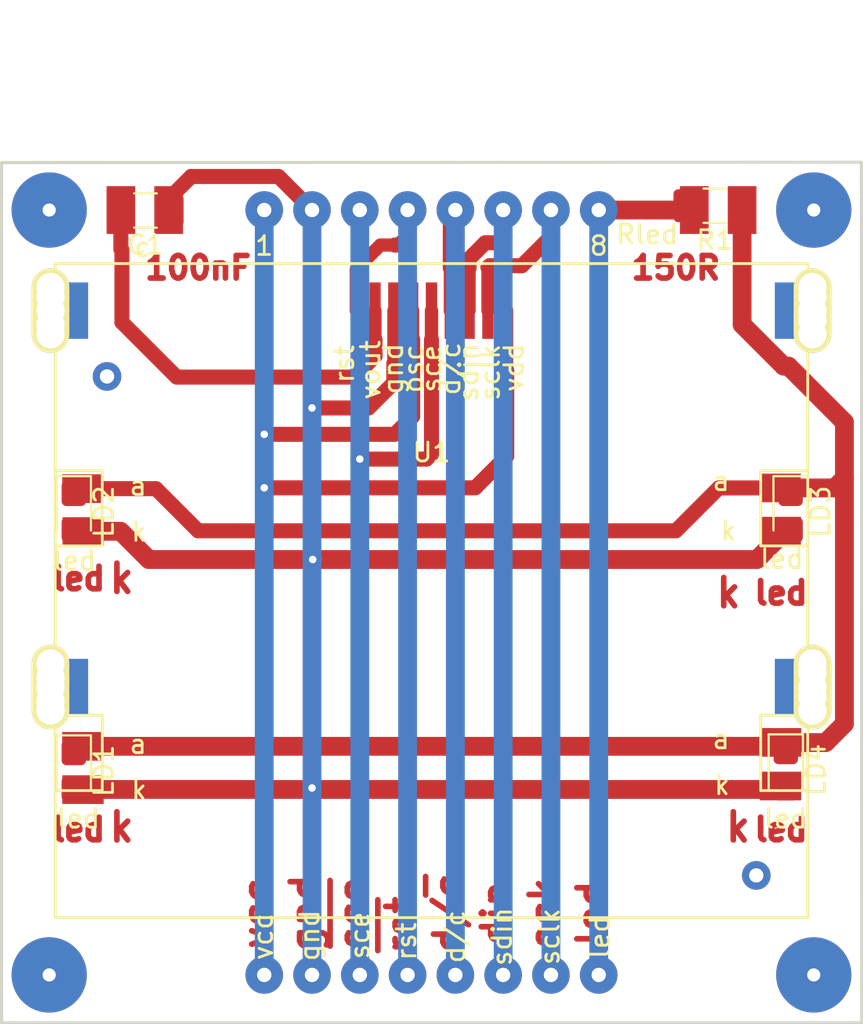
<source format=kicad_pcb>
(kicad_pcb (version 20171130) (host pcbnew "(5.0.0)")

  (general
    (thickness 1.6)
    (drawings 23)
    (tracks 101)
    (zones 0)
    (modules 7)
    (nets 11)
  )

  (page A4)
  (title_block
    (title "Nokia5110/3310-complet board")
    (rev 1.0)
    (company Mic-Josi)
    (comment 1 "modified from Basic PCB at https://github.com/sgreg/kicad-libs")
    (comment 2 mic-josi@hotmail.fr)
  )

  (layers
    (0 F.Cu signal)
    (31 B.Cu signal)
    (32 B.Adhes user)
    (33 F.Adhes user)
    (34 B.Paste user)
    (35 F.Paste user)
    (36 B.SilkS user)
    (37 F.SilkS user)
    (38 B.Mask user)
    (39 F.Mask user)
    (40 Dwgs.User user)
    (41 Cmts.User user)
    (42 Eco1.User user)
    (43 Eco2.User user)
    (44 Edge.Cuts user)
    (45 Margin user)
    (46 B.CrtYd user)
    (47 F.CrtYd user)
    (48 B.Fab user)
    (49 F.Fab user)
  )

  (setup
    (last_trace_width 0.25)
    (user_trace_width 0.7)
    (user_trace_width 0.8)
    (user_trace_width 1)
    (user_trace_width 1.2)
    (trace_clearance 0.2)
    (zone_clearance 0.508)
    (zone_45_only no)
    (trace_min 0.2)
    (segment_width 0.2)
    (edge_width 0.15)
    (via_size 0.8)
    (via_drill 0.4)
    (via_min_size 0.4)
    (via_min_drill 0.3)
    (uvia_size 0.3)
    (uvia_drill 0.1)
    (uvias_allowed no)
    (uvia_min_size 0.2)
    (uvia_min_drill 0.1)
    (pcb_text_width 0.3)
    (pcb_text_size 1.5 1.5)
    (mod_edge_width 0.15)
    (mod_text_size 1 1)
    (mod_text_width 0.15)
    (pad_size 1.524 1.524)
    (pad_drill 0.762)
    (pad_to_mask_clearance 0.2)
    (aux_axis_origin 0 0)
    (visible_elements 7FFFFFFF)
    (pcbplotparams
      (layerselection 0x010fc_ffffffff)
      (usegerberextensions false)
      (usegerberattributes false)
      (usegerberadvancedattributes false)
      (creategerberjobfile false)
      (excludeedgelayer true)
      (linewidth 0.100000)
      (plotframeref false)
      (viasonmask false)
      (mode 1)
      (useauxorigin false)
      (hpglpennumber 1)
      (hpglpenspeed 20)
      (hpglpendiameter 15.000000)
      (psnegative false)
      (psa4output false)
      (plotreference true)
      (plotvalue true)
      (plotinvisibletext false)
      (padsonsilk false)
      (subtractmaskfromsilk false)
      (outputformat 1)
      (mirror false)
      (drillshape 1)
      (scaleselection 1)
      (outputdirectory ""))
  )

  (net 0 "")
  (net 1 VCC)
  (net 2 GND)
  (net 3 SCK)
  (net 4 D~C)
  (net 5 ~SCE)
  (net 6 ~RST)
  (net 7 DIN)
  (net 8 VOUT)
  (net 9 LED)
  (net 10 "Net-(LD1-Pad1)")

  (net_class Default "This is the default net class."
    (clearance 0.2)
    (trace_width 0.25)
    (via_dia 0.8)
    (via_drill 0.4)
    (uvia_dia 0.3)
    (uvia_drill 0.1)
    (add_net DIN)
    (add_net D~C)
    (add_net GND)
    (add_net LED)
    (add_net "Net-(LD1-Pad1)")
    (add_net SCK)
    (add_net VCC)
    (add_net VOUT)
    (add_net ~RST)
    (add_net ~SCE)
  )

  (module Nokia_5110-3310_LCD:Nokia_5110-LCDboard (layer F.Cu) (tedit 5BB25DED) (tstamp 5BBED576)
    (at 68.2879 146.7866)
    (path /5BB23F52)
    (fp_text reference U1 (at 0 -6.1722) (layer F.SilkS)
      (effects (font (size 1 1) (thickness 0.15)))
    )
    (fp_text value Nokia_5110_LCD_BRD_1 (at 0 -8.2052) (layer F.Fab)
      (effects (font (size 1 1) (thickness 0.15)))
    )
    (fp_text user vdd (at 4.3815 -10.6807 90) (layer F.SilkS)
      (effects (font (size 1 1) (thickness 0.15)))
    )
    (fp_text user sclk (at 3.1115 -10.4267 90) (layer F.SilkS)
      (effects (font (size 1 1) (thickness 0.15)))
    )
    (fp_text user sdin (at 1.9685 -10.4267 90) (layer F.SilkS)
      (effects (font (size 1 1) (thickness 0.15)))
    )
    (fp_text user d/c (at 1.016 -10.6172 90) (layer F.SilkS)
      (effects (font (size 1 1) (thickness 0.15)))
    )
    (fp_text user sce (at 0 -10.6172 90) (layer F.SilkS)
      (effects (font (size 1 1) (thickness 0.15)))
    )
    (fp_text user osc (at -0.9525 -10.6172 90) (layer F.SilkS)
      (effects (font (size 1 1) (thickness 0.15)))
    )
    (fp_text user gnd (at -2.032 -10.6172 90) (layer F.SilkS)
      (effects (font (size 1 1) (thickness 0.15)))
    )
    (fp_text user vout (at -3.2385 -10.5537 90) (layer F.SilkS)
      (effects (font (size 1 1) (thickness 0.15)))
    )
    (fp_text user rst (at -4.6355 -10.8712 90) (layer F.SilkS)
      (effects (font (size 1 1) (thickness 0.15)))
    )
    (fp_text user led (at 8.9535 19.5834 90) (layer F.SilkS)
      (effects (font (size 1 1) (thickness 0.15)))
    )
    (fp_text user sclk (at 6.2865 19.558 90) (layer F.SilkS)
      (effects (font (size 1 1) (thickness 0.15)))
    )
    (fp_text user sdin (at 3.7465 19.558 90) (layer F.SilkS)
      (effects (font (size 1 1) (thickness 0.15)))
    )
    (fp_text user d/c (at 1.27 19.558 90) (layer F.SilkS)
      (effects (font (size 1 1) (thickness 0.15)))
    )
    (fp_text user rst (at -1.3335 19.812 90) (layer F.SilkS)
      (effects (font (size 1 1) (thickness 0.15)))
    )
    (fp_text user sce (at -3.81 19.4945 90) (layer F.SilkS)
      (effects (font (size 1 1) (thickness 0.15)))
    )
    (fp_text user gnd (at -6.477 19.4945 90) (layer F.SilkS)
      (effects (font (size 1 1) (thickness 0.15)))
    )
    (fp_text user vcc (at -8.9535 19.558 90) (layer F.SilkS)
      (effects (font (size 1 1) (thickness 0.15)))
    )
    (fp_line (start -22.86 24.13) (end 22.86 24.13) (layer F.SilkS) (width 0.15))
    (fp_line (start -22.86 -21.59) (end -22.86 24.13) (layer F.SilkS) (width 0.15))
    (fp_line (start 22.86 -21.59) (end -22.86 -21.59) (layer F.SilkS) (width 0.15))
    (fp_line (start 22.86 24.13) (end 22.86 -21.59) (layer F.SilkS) (width 0.15))
    (fp_line (start -20 -16.2052) (end 20 -16.2052) (layer F.SilkS) (width 0.15))
    (fp_line (start 20 18.5448) (end -20 18.5448) (layer F.SilkS) (width 0.15))
    (fp_line (start -17.5 -1.2052) (end -20 -1.2052) (layer F.SilkS) (width 0.15))
    (fp_line (start -17.5 -5.2052) (end -17.5 -1.2052) (layer F.SilkS) (width 0.15))
    (fp_line (start -20 -5.2052) (end -17.5 -5.2052) (layer F.SilkS) (width 0.15))
    (fp_line (start 17.5 -1.2052) (end 20 -1.2052) (layer F.SilkS) (width 0.15))
    (fp_line (start 17.5 -5.2052) (end 17.5 -1.2052) (layer F.SilkS) (width 0.15))
    (fp_line (start 20 -5.2052) (end 17.5 -5.2052) (layer F.SilkS) (width 0.15))
    (fp_line (start -17.5 11.7948) (end -20 11.7948) (layer F.SilkS) (width 0.15))
    (fp_line (start -17.5 7.7948) (end -17.5 11.7948) (layer F.SilkS) (width 0.15))
    (fp_line (start -20 7.7948) (end -17.5 7.7948) (layer F.SilkS) (width 0.15))
    (fp_line (start 17.5 11.7948) (end 20 11.7948) (layer F.SilkS) (width 0.15))
    (fp_line (start 17.5 7.7948) (end 17.5 11.7948) (layer F.SilkS) (width 0.15))
    (fp_line (start 20 7.7948) (end 17.5 7.7948) (layer F.SilkS) (width 0.15))
    (fp_line (start 20 -16.2052) (end 20 18.5448) (layer F.SilkS) (width 0.15))
    (fp_line (start -20 -16.2052) (end -20 18.5448) (layer F.SilkS) (width 0.15))
    (fp_text user led (at -18.9738 -0.4064) (layer F.SilkS)
      (effects (font (size 1 1) (thickness 0.15)))
    )
    (fp_text user led (at -18.7706 13.2842) (layer F.SilkS)
      (effects (font (size 1 1) (thickness 0.15)))
    )
    (fp_text user led (at 18.8214 13.2842) (layer F.SilkS)
      (effects (font (size 1 1) (thickness 0.15)))
    )
    (fp_text user led (at 18.6182 -0.508) (layer F.SilkS)
      (effects (font (size 1 1) (thickness 0.15)))
    )
    (fp_text user k (at -15.5448 -1.9558) (layer F.SilkS)
      (effects (font (size 1 1) (thickness 0.15)))
    )
    (fp_text user a (at -15.5956 -4.3942) (layer F.SilkS)
      (effects (font (size 1 1) (thickness 0.15)))
    )
    (fp_text user a (at -15.5956 9.3218) (layer F.SilkS)
      (effects (font (size 1 1) (thickness 0.15)))
    )
    (fp_text user k (at -15.5448 11.7602) (layer F.SilkS)
      (effects (font (size 1 1) (thickness 0.15)))
    )
    (fp_text user k (at 15.4432 11.5062) (layer F.SilkS)
      (effects (font (size 1 1) (thickness 0.15)))
    )
    (fp_text user a (at 15.3924 9.0678) (layer F.SilkS)
      (effects (font (size 1 1) (thickness 0.15)))
    )
    (fp_text user a (at 15.3924 -4.6482) (layer F.SilkS)
      (effects (font (size 1 1) (thickness 0.15)))
    )
    (fp_text user k (at 15.7861 -2.0066) (layer F.SilkS)
      (effects (font (size 1 1) (thickness 0.15)))
    )
    (fp_text user 1 (at -8.89 -17.145) (layer F.SilkS)
      (effects (font (size 1 1) (thickness 0.15)))
    )
    (fp_text user 8 (at 8.89 -17.145) (layer F.SilkS)
      (effects (font (size 1 1) (thickness 0.15)))
    )
    (fp_text user c (at -15.367 -17.0688) (layer F.SilkS)
      (effects (font (size 1 1) (thickness 0.15)))
    )
    (fp_text user Rled (at 11.4681 -17.7546) (layer F.SilkS)
      (effects (font (size 1 1) (thickness 0.15)))
    )
    (pad 15 smd rect (at -18.52676 -4.24688 180) (size 2.2 1.524) (layers F.Cu F.Paste F.Mask)
      (net 10 "Net-(LD1-Pad1)"))
    (pad 16 smd rect (at -18.51152 -1.9685) (size 2.2 1.524) (layers F.Cu F.Paste F.Mask)
      (net 2 GND))
    (pad 18 smd rect (at -18.52422 11.74496) (size 2.2 1.524) (layers F.Cu F.Paste F.Mask)
      (net 2 GND))
    (pad 17 smd rect (at -18.53184 9.44372) (size 2.2 1.524) (layers F.Cu F.Paste F.Mask)
      (net 10 "Net-(LD1-Pad1)"))
    (pad 21 smd rect (at 18.55216 9.23544) (size 2.2 1.524) (layers F.Cu F.Paste F.Mask)
      (net 10 "Net-(LD1-Pad1)"))
    (pad 22 smd rect (at 18.55216 11.55192) (size 2.2 1.524) (layers F.Cu F.Paste F.Mask)
      (net 2 GND))
    (pad 19 smd rect (at 18.52422 -4.28498) (size 2.2 1.524) (layers F.Cu F.Paste F.Mask)
      (net 10 "Net-(LD1-Pad1)"))
    (pad 20 smd rect (at 18.53692 -1.98882) (size 2.2 1.524) (layers F.Cu F.Paste F.Mask)
      (net 2 GND))
    (pad 45 thru_hole circle (at 1.27 21.59) (size 2 2) (drill 0.762) (layers *.Cu *.Mask)
      (net 4 D~C))
    (pad 41 thru_hole circle (at -8.89 21.59) (size 2 2) (drill 0.762) (layers *.Cu *.Mask)
      (net 1 VCC))
    (pad 42 thru_hole circle (at -6.35 21.59) (size 2 2) (drill 0.762) (layers *.Cu *.Mask)
      (net 2 GND))
    (pad 43 thru_hole circle (at -3.81 21.59) (size 2 2) (drill 0.762) (layers *.Cu *.Mask)
      (net 5 ~SCE))
    (pad 44 thru_hole circle (at -1.27 21.59) (size 2 2) (drill 0.762) (layers *.Cu *.Mask)
      (net 6 ~RST))
    (pad 48 thru_hole circle (at 8.89 21.59) (size 2 2) (drill 0.762) (layers *.Cu *.Mask)
      (net 9 LED))
    (pad 46 thru_hole circle (at 3.81 21.59) (size 2 2) (drill 0.762) (layers *.Cu *.Mask)
      (net 7 DIN))
    (pad 47 thru_hole circle (at 6.35 21.59) (size 2 2) (drill 0.762) (layers *.Cu *.Mask)
      (net 3 SCK))
    (pad 31 thru_hole circle (at -8.89 -19.05) (size 2 2) (drill 0.762) (layers *.Cu *.Mask)
      (net 1 VCC))
    (pad 32 thru_hole circle (at -6.35 -19.05) (size 2 2) (drill 0.762) (layers *.Cu *.Mask)
      (net 2 GND))
    (pad 33 thru_hole circle (at -3.81 -19.05) (size 2 2) (drill 0.762) (layers *.Cu *.Mask)
      (net 5 ~SCE))
    (pad 34 thru_hole circle (at -1.27 -19.05) (size 2 2) (drill 0.762) (layers *.Cu *.Mask)
      (net 6 ~RST))
    (pad 38 thru_hole circle (at 8.89 -19.05) (size 2 2) (drill 0.762) (layers *.Cu *.Mask)
      (net 9 LED))
    (pad 37 thru_hole circle (at 6.35 -19.05) (size 2 2) (drill 0.762) (layers *.Cu *.Mask)
      (net 3 SCK))
    (pad 36 thru_hole circle (at 3.81 -19.05) (size 2 2) (drill 0.762) (layers *.Cu *.Mask)
      (net 7 DIN))
    (pad 35 thru_hole circle (at 1.27 -19.05) (size 2 2) (drill 0.762) (layers *.Cu *.Mask)
      (net 4 D~C))
    (pad "" np_thru_hole circle (at 20.25 -14.4552) (size 1.5 1.5) (drill 1.5) (layers *.Mask B.Cu F.SilkS))
    (pad "" np_thru_hole circle (at 20.25 -12.4552) (size 1.5 1.5) (drill 1.5) (layers *.Mask B.Cu F.SilkS))
    (pad "" np_thru_hole circle (at 20.25 -14.9552) (size 1.5 1.5) (drill 1.5) (layers *.Mask B.Cu F.SilkS))
    (pad 3 smd rect (at -2 -13.7052) (size 0.6 3) (layers F.Cu F.Paste F.Mask)
      (net 2 GND))
    (pad 4 smd rect (at -1 -13.7052) (size 0.6 3) (layers F.Cu F.Paste F.Mask)
      (net 1 VCC))
    (pad 5 smd rect (at 0 -13.7052) (size 0.6 3) (layers F.Cu F.Paste F.Mask)
      (net 5 ~SCE))
    (pad 2 smd rect (at -3 -13.7052) (size 0.6 3) (layers F.Cu F.Paste F.Mask)
      (net 8 VOUT))
    (pad 1 smd rect (at -4 -13.7052) (size 0.6 3) (layers F.Cu F.Paste F.Mask)
      (net 6 ~RST))
    (pad 6 smd rect (at 1 -13.7052) (size 0.6 3) (layers F.Cu F.Paste F.Mask)
      (net 4 D~C))
    (pad 7 smd rect (at 2 -13.7052) (size 0.6 3) (layers F.Cu F.Paste F.Mask)
      (net 7 DIN))
    (pad 8 smd rect (at 3 -13.7052) (size 0.6 3) (layers F.Cu F.Paste F.Mask)
      (net 3 SCK))
    (pad 9 smd rect (at 4 -13.7052) (size 0.6 3) (layers F.Cu F.Paste F.Mask)
      (net 1 VCC))
    (pad "" np_thru_hole oval (at -20.25 -13.7052) (size 2 4.5) (drill 1.5) (layers *.Mask B.Cu F.SilkS))
    (pad "" np_thru_hole oval (at 20.25 -13.7052) (size 2 4.5) (drill 1.5) (layers *.Mask B.Cu F.SilkS))
    (pad "" np_thru_hole oval (at -20.25 6.2948) (size 2 4.5) (drill 1.5) (layers *.Mask B.Cu F.SilkS))
    (pad "" np_thru_hole oval (at 20.25 6.2948) (size 2 4.5) (drill 1.5) (layers *.Mask B.Cu F.SilkS))
    (pad "" smd rect (at -19 -13.7052) (size 1.5 3) (layers B.Cu B.Paste B.Mask))
    (pad "" smd rect (at -19 6.2948) (size 1.5 3) (layers B.Cu B.Paste B.Mask))
    (pad "" smd rect (at 19 6.2948) (size 1.5 3) (layers B.Cu B.Paste B.Mask))
    (pad "" smd rect (at 19 -13.7052) (size 1.5 3) (layers B.Cu B.Paste B.Mask))
    (pad "" np_thru_hole circle (at 20.25 -13.2052) (size 1.5 1.5) (drill 1.5) (layers *.Mask B.Cu F.SilkS))
    (pad "" np_thru_hole circle (at 20.25 5.0448) (size 1.5 1.5) (drill 1.5) (layers *.Mask B.Cu F.SilkS))
    (pad "" np_thru_hole circle (at 20.25 7.5448) (size 1.5 1.5) (drill 1.5) (layers *.Mask B.Cu F.SilkS))
    (pad "" np_thru_hole circle (at -20.25 -14.4552) (size 1.5 1.5) (drill 1.5) (layers *.Mask B.Cu F.SilkS))
    (pad "" np_thru_hole circle (at -20.25 -14.9552) (size 1.5 1.5) (drill 1.5) (layers *.Mask B.Cu F.SilkS))
    (pad "" np_thru_hole circle (at -20.25 -12.9552) (size 1.5 1.5) (drill 1.5) (layers *.Mask B.Cu F.SilkS))
    (pad "" np_thru_hole circle (at -20.25 -12.4552) (size 1.5 1.5) (drill 1.5) (layers *.Mask B.Cu F.SilkS))
    (pad "" np_thru_hole circle (at -20.25 5.0448) (size 1.5 1.5) (drill 1.5) (layers *.Mask B.Cu F.SilkS))
    (pad "" np_thru_hole circle (at -20.25 7.5448) (size 1.5 1.5) (drill 1.5) (layers *.Mask B.Cu F.SilkS))
    (pad "" np_thru_hole circle (at -20.25 5.7948) (size 1.5 1.5) (drill 1.5) (layers *.Mask B.Cu F.SilkS))
    (pad "" np_thru_hole circle (at -20.25 7.0448) (size 1.5 1.5) (drill 1.5) (layers *.Mask B.Cu F.SilkS))
    (pad "" np_thru_hole circle (at 20.25 5.5448) (size 1.5 1.5) (drill 1.5) (layers *.Mask B.Cu F.SilkS))
    (pad "" np_thru_hole circle (at 20.25 6.7948) (size 1.5 1.5) (drill 1.5) (layers *.Mask B.Cu F.SilkS))
    (pad 12 smd rect (at -13.97 -19.05 90) (size 2.54 1.524) (layers F.Cu F.Paste F.Mask)
      (net 2 GND))
    (pad 11 smd rect (at -16.51 -19.05 90) (size 2.54 1.524) (layers F.Cu F.Paste F.Mask)
      (net 8 VOUT))
    (pad 13 smd rect (at 13.97 -19.05 90) (size 2.54 1.524) (layers F.Cu F.Paste F.Mask)
      (net 9 LED))
    (pad 14 smd rect (at 16.51 -19.05 90) (size 2.54 1.524) (layers F.Cu F.Paste F.Mask)
      (net 10 "Net-(LD1-Pad1)"))
    (pad 01 thru_hole circle (at -20.32 -19.05 90) (size 4 4) (drill 0.7) (layers *.Cu *.Adhes *.Paste *.Mask))
    (pad 02 thru_hole circle (at 20.32 -19.05 90) (size 4 4) (drill 0.7) (layers *.Cu *.Adhes *.Paste *.Mask))
    (pad 04 thru_hole circle (at 20.32 21.59 90) (size 4 4) (drill 0.7) (layers *.Cu *.Adhes *.Paste *.Mask))
    (pad 03 thru_hole circle (at -20.32 21.59 90) (size 4 4) (drill 0.7) (layers *.Cu *.Adhes *.Paste *.Mask))
    (pad 10 thru_hole circle (at -17.2466 -10.20826) (size 1.524 1.524) (drill 0.762) (layers *.Cu *.Mask))
    (pad 23 thru_hole circle (at 17.26438 16.30172) (size 1.524 1.524) (drill 0.762) (layers *.Cu *.Mask))
    (model ${KISYS3DMOD}/Nokia5110.3dschapes/Nokia5110.wrl
      (at (xyz 0 0 0))
      (scale (xyz 1 1 1))
      (rotate (xyz 0 0 0))
    )
  )

  (module Capacitor_SMD:C_1206_3216Metric (layer F.Cu) (tedit 5B301BBE) (tstamp 5BBEB3D5)
    (at 53.086 127.762 180)
    (descr "Capacitor SMD 1206 (3216 Metric), square (rectangular) end terminal, IPC_7351 nominal, (Body size source: http://www.tortai-tech.com/upload/download/2011102023233369053.pdf), generated with kicad-footprint-generator")
    (tags capacitor)
    (path /5BB25A66)
    (attr smd)
    (fp_text reference C1 (at 0 -1.82 180) (layer F.SilkS)
      (effects (font (size 1 1) (thickness 0.15)))
    )
    (fp_text value 100nF (at 0 1.82 180) (layer F.Fab)
      (effects (font (size 1 1) (thickness 0.15)))
    )
    (fp_line (start -1.6 0.8) (end -1.6 -0.8) (layer F.Fab) (width 0.1))
    (fp_line (start -1.6 -0.8) (end 1.6 -0.8) (layer F.Fab) (width 0.1))
    (fp_line (start 1.6 -0.8) (end 1.6 0.8) (layer F.Fab) (width 0.1))
    (fp_line (start 1.6 0.8) (end -1.6 0.8) (layer F.Fab) (width 0.1))
    (fp_line (start -0.602064 -0.91) (end 0.602064 -0.91) (layer F.SilkS) (width 0.12))
    (fp_line (start -0.602064 0.91) (end 0.602064 0.91) (layer F.SilkS) (width 0.12))
    (fp_line (start -2.28 1.12) (end -2.28 -1.12) (layer F.CrtYd) (width 0.05))
    (fp_line (start -2.28 -1.12) (end 2.28 -1.12) (layer F.CrtYd) (width 0.05))
    (fp_line (start 2.28 -1.12) (end 2.28 1.12) (layer F.CrtYd) (width 0.05))
    (fp_line (start 2.28 1.12) (end -2.28 1.12) (layer F.CrtYd) (width 0.05))
    (fp_text user %R (at 0 0 180) (layer F.Fab)
      (effects (font (size 0.8 0.8) (thickness 0.12)))
    )
    (pad 1 smd roundrect (at -1.4 0 180) (size 1.25 1.75) (layers F.Cu F.Paste F.Mask) (roundrect_rratio 0.2)
      (net 2 GND))
    (pad 2 smd roundrect (at 1.4 0 180) (size 1.25 1.75) (layers F.Cu F.Paste F.Mask) (roundrect_rratio 0.2)
      (net 8 VOUT))
    (model ${KISYS3DMOD}/Capacitor_SMD.3dshapes/C_1206_3216Metric.wrl
      (at (xyz 0 0 0))
      (scale (xyz 1 1 1))
      (rotate (xyz 0 0 0))
    )
  )

  (module LED_SMD:LED_0805_2012Metric_Castellated (layer F.Cu) (tedit 5B36C52C) (tstamp 5BBEB3E8)
    (at 49.276 157.5335 270)
    (descr "LED SMD 0805 (2012 Metric), castellated end terminal, IPC_7351 nominal, (Body size source: https://docs.google.com/spreadsheets/d/1BsfQQcO9C6DZCsRaXUlFlo91Tg2WpOkGARC1WS5S8t0/edit?usp=sharing), generated with kicad-footprint-generator")
    (tags "LED castellated")
    (path /5BB24628)
    (attr smd)
    (fp_text reference LD1 (at 0 -1.6 270) (layer F.SilkS)
      (effects (font (size 1 1) (thickness 0.15)))
    )
    (fp_text value LED (at 0 1.6 270) (layer F.Fab)
      (effects (font (size 1 1) (thickness 0.15)))
    )
    (fp_text user %R (at 0 0 270) (layer F.Fab)
      (effects (font (size 0.5 0.5) (thickness 0.08)))
    )
    (fp_line (start 1.88 0.9) (end -1.88 0.9) (layer F.CrtYd) (width 0.05))
    (fp_line (start 1.88 -0.9) (end 1.88 0.9) (layer F.CrtYd) (width 0.05))
    (fp_line (start -1.88 -0.9) (end 1.88 -0.9) (layer F.CrtYd) (width 0.05))
    (fp_line (start -1.88 0.9) (end -1.88 -0.9) (layer F.CrtYd) (width 0.05))
    (fp_line (start -1.885 0.91) (end 1 0.91) (layer F.SilkS) (width 0.12))
    (fp_line (start -1.885 -0.91) (end -1.885 0.91) (layer F.SilkS) (width 0.12))
    (fp_line (start 1 -0.91) (end -1.885 -0.91) (layer F.SilkS) (width 0.12))
    (fp_line (start 1 0.6) (end 1 -0.6) (layer F.Fab) (width 0.1))
    (fp_line (start -1 0.6) (end 1 0.6) (layer F.Fab) (width 0.1))
    (fp_line (start -1 -0.3) (end -1 0.6) (layer F.Fab) (width 0.1))
    (fp_line (start -0.7 -0.6) (end -1 -0.3) (layer F.Fab) (width 0.1))
    (fp_line (start 1 -0.6) (end -0.7 -0.6) (layer F.Fab) (width 0.1))
    (pad 2 smd roundrect (at 0.9625 0 270) (size 1.325 1.3) (layers F.Cu F.Paste F.Mask) (roundrect_rratio 0.192308)
      (net 2 GND))
    (pad 1 smd roundrect (at -0.9625 0 270) (size 1.325 1.3) (layers F.Cu F.Paste F.Mask) (roundrect_rratio 0.192308)
      (net 10 "Net-(LD1-Pad1)"))
    (model ${KISYS3DMOD}/LED_SMD.3dshapes/LED_0805_2012Metric_Castellated.wrl
      (at (xyz 0 0 0))
      (scale (xyz 1 1 1))
      (rotate (xyz 0 0 0))
    )
  )

  (module LED_SMD:LED_0805_2012Metric_Castellated (layer F.Cu) (tedit 5B36C52C) (tstamp 5BBEB3FB)
    (at 49.276 143.764 270)
    (descr "LED SMD 0805 (2012 Metric), castellated end terminal, IPC_7351 nominal, (Body size source: https://docs.google.com/spreadsheets/d/1BsfQQcO9C6DZCsRaXUlFlo91Tg2WpOkGARC1WS5S8t0/edit?usp=sharing), generated with kicad-footprint-generator")
    (tags "LED castellated")
    (path /5BB2459C)
    (attr smd)
    (fp_text reference LD2 (at 0 -1.6 270) (layer F.SilkS)
      (effects (font (size 1 1) (thickness 0.15)))
    )
    (fp_text value LED (at 0 1.6 270) (layer F.Fab)
      (effects (font (size 1 1) (thickness 0.15)))
    )
    (fp_line (start 1 -0.6) (end -0.7 -0.6) (layer F.Fab) (width 0.1))
    (fp_line (start -0.7 -0.6) (end -1 -0.3) (layer F.Fab) (width 0.1))
    (fp_line (start -1 -0.3) (end -1 0.6) (layer F.Fab) (width 0.1))
    (fp_line (start -1 0.6) (end 1 0.6) (layer F.Fab) (width 0.1))
    (fp_line (start 1 0.6) (end 1 -0.6) (layer F.Fab) (width 0.1))
    (fp_line (start 1 -0.91) (end -1.885 -0.91) (layer F.SilkS) (width 0.12))
    (fp_line (start -1.885 -0.91) (end -1.885 0.91) (layer F.SilkS) (width 0.12))
    (fp_line (start -1.885 0.91) (end 1 0.91) (layer F.SilkS) (width 0.12))
    (fp_line (start -1.88 0.9) (end -1.88 -0.9) (layer F.CrtYd) (width 0.05))
    (fp_line (start -1.88 -0.9) (end 1.88 -0.9) (layer F.CrtYd) (width 0.05))
    (fp_line (start 1.88 -0.9) (end 1.88 0.9) (layer F.CrtYd) (width 0.05))
    (fp_line (start 1.88 0.9) (end -1.88 0.9) (layer F.CrtYd) (width 0.05))
    (fp_text user %R (at 0 0 270) (layer F.Fab)
      (effects (font (size 0.5 0.5) (thickness 0.08)))
    )
    (pad 1 smd roundrect (at -0.9625 0 270) (size 1.325 1.3) (layers F.Cu F.Paste F.Mask) (roundrect_rratio 0.192308)
      (net 10 "Net-(LD1-Pad1)"))
    (pad 2 smd roundrect (at 0.9625 0 270) (size 1.325 1.3) (layers F.Cu F.Paste F.Mask) (roundrect_rratio 0.192308)
      (net 2 GND))
    (model ${KISYS3DMOD}/LED_SMD.3dshapes/LED_0805_2012Metric_Castellated.wrl
      (at (xyz 0 0 0))
      (scale (xyz 1 1 1))
      (rotate (xyz 0 0 0))
    )
  )

  (module LED_SMD:LED_0805_2012Metric_Castellated (layer F.Cu) (tedit 5B36C52C) (tstamp 5BBECB10)
    (at 87.376 143.764 270)
    (descr "LED SMD 0805 (2012 Metric), castellated end terminal, IPC_7351 nominal, (Body size source: https://docs.google.com/spreadsheets/d/1BsfQQcO9C6DZCsRaXUlFlo91Tg2WpOkGARC1WS5S8t0/edit?usp=sharing), generated with kicad-footprint-generator")
    (tags "LED castellated")
    (path /5BB2453E)
    (attr smd)
    (fp_text reference LD3 (at 0 -1.6 270) (layer F.SilkS)
      (effects (font (size 1 1) (thickness 0.15)))
    )
    (fp_text value LED (at 0 1.6 270) (layer F.Fab)
      (effects (font (size 1 1) (thickness 0.15)))
    )
    (fp_text user %R (at 0 0 270) (layer F.Fab)
      (effects (font (size 0.5 0.5) (thickness 0.08)))
    )
    (fp_line (start 1.88 0.9) (end -1.88 0.9) (layer F.CrtYd) (width 0.05))
    (fp_line (start 1.88 -0.9) (end 1.88 0.9) (layer F.CrtYd) (width 0.05))
    (fp_line (start -1.88 -0.9) (end 1.88 -0.9) (layer F.CrtYd) (width 0.05))
    (fp_line (start -1.88 0.9) (end -1.88 -0.9) (layer F.CrtYd) (width 0.05))
    (fp_line (start -1.885 0.91) (end 1 0.91) (layer F.SilkS) (width 0.12))
    (fp_line (start -1.885 -0.91) (end -1.885 0.91) (layer F.SilkS) (width 0.12))
    (fp_line (start 1 -0.91) (end -1.885 -0.91) (layer F.SilkS) (width 0.12))
    (fp_line (start 1 0.6) (end 1 -0.6) (layer F.Fab) (width 0.1))
    (fp_line (start -1 0.6) (end 1 0.6) (layer F.Fab) (width 0.1))
    (fp_line (start -1 -0.3) (end -1 0.6) (layer F.Fab) (width 0.1))
    (fp_line (start -0.7 -0.6) (end -1 -0.3) (layer F.Fab) (width 0.1))
    (fp_line (start 1 -0.6) (end -0.7 -0.6) (layer F.Fab) (width 0.1))
    (pad 2 smd roundrect (at 0.9625 0 270) (size 1.325 1.3) (layers F.Cu F.Paste F.Mask) (roundrect_rratio 0.192308)
      (net 2 GND))
    (pad 1 smd roundrect (at -0.9625 0 270) (size 1.325 1.3) (layers F.Cu F.Paste F.Mask) (roundrect_rratio 0.192308)
      (net 10 "Net-(LD1-Pad1)"))
    (model ${KISYS3DMOD}/LED_SMD.3dshapes/LED_0805_2012Metric_Castellated.wrl
      (at (xyz 0 0 0))
      (scale (xyz 1 1 1))
      (rotate (xyz 0 0 0))
    )
  )

  (module LED_SMD:LED_0805_2012Metric_Castellated (layer F.Cu) (tedit 5B36C52C) (tstamp 5BBEB421)
    (at 87.122 157.48 270)
    (descr "LED SMD 0805 (2012 Metric), castellated end terminal, IPC_7351 nominal, (Body size source: https://docs.google.com/spreadsheets/d/1BsfQQcO9C6DZCsRaXUlFlo91Tg2WpOkGARC1WS5S8t0/edit?usp=sharing), generated with kicad-footprint-generator")
    (tags "LED castellated")
    (path /5BB24109)
    (attr smd)
    (fp_text reference LD4 (at 0 -1.6 270) (layer F.SilkS)
      (effects (font (size 1 1) (thickness 0.15)))
    )
    (fp_text value LED (at 0 1.6 270) (layer F.Fab)
      (effects (font (size 1 1) (thickness 0.15)))
    )
    (fp_line (start 1 -0.6) (end -0.7 -0.6) (layer F.Fab) (width 0.1))
    (fp_line (start -0.7 -0.6) (end -1 -0.3) (layer F.Fab) (width 0.1))
    (fp_line (start -1 -0.3) (end -1 0.6) (layer F.Fab) (width 0.1))
    (fp_line (start -1 0.6) (end 1 0.6) (layer F.Fab) (width 0.1))
    (fp_line (start 1 0.6) (end 1 -0.6) (layer F.Fab) (width 0.1))
    (fp_line (start 1 -0.91) (end -1.885 -0.91) (layer F.SilkS) (width 0.12))
    (fp_line (start -1.885 -0.91) (end -1.885 0.91) (layer F.SilkS) (width 0.12))
    (fp_line (start -1.885 0.91) (end 1 0.91) (layer F.SilkS) (width 0.12))
    (fp_line (start -1.88 0.9) (end -1.88 -0.9) (layer F.CrtYd) (width 0.05))
    (fp_line (start -1.88 -0.9) (end 1.88 -0.9) (layer F.CrtYd) (width 0.05))
    (fp_line (start 1.88 -0.9) (end 1.88 0.9) (layer F.CrtYd) (width 0.05))
    (fp_line (start 1.88 0.9) (end -1.88 0.9) (layer F.CrtYd) (width 0.05))
    (fp_text user %R (at 0.808999 -0.216001 270) (layer F.Fab)
      (effects (font (size 0.5 0.5) (thickness 0.08)))
    )
    (pad 1 smd roundrect (at -0.9625 0 270) (size 1.325 1.3) (layers F.Cu F.Paste F.Mask) (roundrect_rratio 0.192308)
      (net 10 "Net-(LD1-Pad1)"))
    (pad 2 smd roundrect (at 0.9625 0 270) (size 1.325 1.3) (layers F.Cu F.Paste F.Mask) (roundrect_rratio 0.192308)
      (net 2 GND))
    (model ${KISYS3DMOD}/LED_SMD.3dshapes/LED_0805_2012Metric_Castellated.wrl
      (at (xyz 0 0 0))
      (scale (xyz 1 1 1))
      (rotate (xyz 0 0 0))
    )
  )

  (module Resistor_SMD:R_1206_3216Metric_Pad1.42x1.75mm_HandSolder (layer F.Cu) (tedit 5B301BBD) (tstamp 5BBEB432)
    (at 83.3485 127.508 180)
    (descr "Resistor SMD 1206 (3216 Metric), square (rectangular) end terminal, IPC_7351 nominal with elongated pad for handsoldering. (Body size source: http://www.tortai-tech.com/upload/download/2011102023233369053.pdf), generated with kicad-footprint-generator")
    (tags "resistor handsolder")
    (path /5BB27100)
    (attr smd)
    (fp_text reference R1 (at 0 -1.82 180) (layer F.SilkS)
      (effects (font (size 1 1) (thickness 0.15)))
    )
    (fp_text value 150R (at 0 1.82 180) (layer F.Fab)
      (effects (font (size 1 1) (thickness 0.15)))
    )
    (fp_line (start -1.6 0.8) (end -1.6 -0.8) (layer F.Fab) (width 0.1))
    (fp_line (start -1.6 -0.8) (end 1.6 -0.8) (layer F.Fab) (width 0.1))
    (fp_line (start 1.6 -0.8) (end 1.6 0.8) (layer F.Fab) (width 0.1))
    (fp_line (start 1.6 0.8) (end -1.6 0.8) (layer F.Fab) (width 0.1))
    (fp_line (start -0.602064 -0.91) (end 0.602064 -0.91) (layer F.SilkS) (width 0.12))
    (fp_line (start -0.602064 0.91) (end 0.602064 0.91) (layer F.SilkS) (width 0.12))
    (fp_line (start -2.45 1.12) (end -2.45 -1.12) (layer F.CrtYd) (width 0.05))
    (fp_line (start -2.45 -1.12) (end 2.45 -1.12) (layer F.CrtYd) (width 0.05))
    (fp_line (start 2.45 -1.12) (end 2.45 1.12) (layer F.CrtYd) (width 0.05))
    (fp_line (start 2.45 1.12) (end -2.45 1.12) (layer F.CrtYd) (width 0.05))
    (fp_text user %R (at 3.0845 1.524) (layer F.Fab)
      (effects (font (size 0.8 0.8) (thickness 0.12)))
    )
    (pad 1 smd roundrect (at -1.4875 0 180) (size 1.425 1.75) (layers F.Cu F.Paste F.Mask) (roundrect_rratio 0.175439)
      (net 10 "Net-(LD1-Pad1)"))
    (pad 2 smd roundrect (at 1.4875 0 180) (size 1.425 1.75) (layers F.Cu F.Paste F.Mask) (roundrect_rratio 0.175439)
      (net 9 LED))
    (model ${KISYS3DMOD}/Resistor_SMD.3dshapes/R_1206_3216Metric.wrl
      (at (xyz 0 0 0))
      (scale (xyz 1 1 1))
      (rotate (xyz 0 0 0))
    )
  )

  (gr_text "  PCB\nDouble-Sided \nThickness 1mm\n" (at 68.326 120.396) (layer Cmts.User)
    (effects (font (size 1.5 1.5) (thickness 0.3) italic))
  )
  (gr_line (start 45.4406 170.9166) (end 45.4406 125.222) (layer Edge.Cuts) (width 0.15))
  (gr_line (start 91.1606 170.9166) (end 45.4406 170.9166) (layer Edge.Cuts) (width 0.15))
  (gr_line (start 91.1352 125.1966) (end 91.1606 170.9166) (layer Edge.Cuts) (width 0.15))
  (gr_line (start 45.4406 125.222) (end 91.1352 125.1966) (layer Edge.Cuts) (width 0.15))
  (gr_text led (at 76.835 165.1 90) (layer F.Cu)
    (effects (font (size 1.5 1.5) (thickness 0.3)))
  )
  (gr_text sck (at 74.295 165.1 90) (layer F.Cu)
    (effects (font (size 1.5 1.5) (thickness 0.3)))
  )
  (gr_text din (at 71.755 165.1 90) (layer F.Cu)
    (effects (font (size 1.5 1.5) (thickness 0.3)))
  )
  (gr_text d/~c (at 69.215 165.1 90) (layer F.Cu)
    (effects (font (size 1.5 1.5) (thickness 0.3)))
  )
  (gr_text ~rst (at 66.675 165.735 90) (layer F.Cu)
    (effects (font (size 1.5 1.5) (thickness 0.3)))
  )
  (gr_text ~sce (at 64.135 165.1 90) (layer F.Cu)
    (effects (font (size 1.5 1.5) (thickness 0.3)))
  )
  (gr_text gnd (at 61.595 165.1 90) (layer F.Cu)
    (effects (font (size 1.5 1.5) (thickness 0.3)))
  )
  (gr_text vcc (at 59.055 165.1 90) (layer F.Cu)
    (effects (font (size 1.5 1.5) (thickness 0.3)))
  )
  (gr_text k (at 84.582 160.528) (layer F.Cu) (tstamp 5BBB015D)
    (effects (font (size 1.5 1.5) (thickness 0.3)))
  )
  (gr_text k (at 51.816 160.528) (layer F.Cu)
    (effects (font (size 1.5 1.5) (thickness 0.3)))
  )
  (gr_text k (at 84.074 148.082) (layer F.Cu) (tstamp 5BBB01DF)
    (effects (font (size 1.5 1.5) (thickness 0.3)))
  )
  (gr_text k (at 51.816 147.32) (layer F.Cu)
    (effects (font (size 1.5 1.5) (thickness 0.3)))
  )
  (gr_text led (at 49.53 160.655) (layer F.Cu) (tstamp 5BBAF975)
    (effects (font (size 1.2 1.2) (thickness 0.3)))
  )
  (gr_text led (at 86.868 160.655) (layer F.Cu) (tstamp 5BBAF973)
    (effects (font (size 1.2 1.2) (thickness 0.3)))
  )
  (gr_text led (at 86.868 148.082) (layer F.Cu) (tstamp 5BBAF971)
    (effects (font (size 1.2 1.2) (thickness 0.3)))
  )
  (gr_text led (at 49.53 147.32) (layer F.Cu)
    (effects (font (size 1.2 1.2) (thickness 0.3)))
  )
  (gr_text 100nF (at 55.88 130.81) (layer F.Cu)
    (effects (font (size 1.2 1.2) (thickness 0.3)))
  )
  (gr_text 150R (at 81.28 130.81) (layer F.Cu)
    (effects (font (size 1.2 1.2) (thickness 0.3)))
  )

  (segment (start 59.3979 158.54934) (end 59.3979 168.3766) (width 1) (layer B.Cu) (net 1) (tstamp 5BBAEFD3) (status 20))
  (segment (start 59.3979 142.49654) (end 59.3979 158.54934) (width 1) (layer B.Cu) (net 1) (tstamp 5BBAEFD5))
  (via (at 59.3979 139.65428) (size 0.8) (drill 0.4) (layers F.Cu B.Cu) (net 1) (status 1000000))
  (segment (start 66.3321 139.65428) (end 59.3979 139.65428) (width 0.8) (layer F.Cu) (net 1))
  (segment (start 67.2879 138.69848) (end 66.3321 139.65428) (width 0.8) (layer F.Cu) (net 1))
  (segment (start 59.3979 127.7366) (end 59.3979 139.65428) (width 1) (layer B.Cu) (net 1) (status 10))
  (segment (start 59.3979 139.65428) (end 59.3979 142.49654) (width 1) (layer B.Cu) (net 1))
  (segment (start 67.2879 134.62) (end 67.2879 138.69848) (width 0.8) (layer F.Cu) (net 1))
  (segment (start 67.2879 134.62) (end 67.2879 133.0814) (width 0.7) (layer F.Cu) (net 1))
  (segment (start 72.2879 133.0814) (end 72.2879 136.2461) (width 0.7) (layer F.Cu) (net 1))
  (segment (start 72.2879 136.2461) (end 72.2879 140.8181) (width 0.8) (layer F.Cu) (net 1))
  (via (at 59.3979 142.49654) (size 0.8) (drill 0.4) (layers F.Cu B.Cu) (net 1))
  (segment (start 72.2879 140.8181) (end 70.60946 142.49654) (width 0.8) (layer F.Cu) (net 1))
  (segment (start 70.60946 142.49654) (end 59.3979 142.49654) (width 0.8) (layer F.Cu) (net 1))
  (segment (start 49.4919 158.5214) (end 87.0839 158.5214) (width 1) (layer F.Cu) (net 2) (status 30))
  (segment (start 61.9379 158.44266) (end 61.9379 168.3766) (width 1) (layer B.Cu) (net 2) (tstamp 5BBAEFD1) (status 20))
  (via (at 61.9379 158.44266) (size 0.8) (drill 0.4) (layers F.Cu B.Cu) (net 2))
  (segment (start 54.3179 127.7366) (end 54.3179 127.14732) (width 0.8) (layer F.Cu) (net 2) (status 30))
  (segment (start 54.3179 127.14732) (end 55.5117 125.95352) (width 0.8) (layer F.Cu) (net 2) (status 10))
  (segment (start 60.15482 125.95352) (end 61.9379 127.7366) (width 0.8) (layer F.Cu) (net 2) (status 20))
  (segment (start 55.5117 125.95352) (end 60.15482 125.95352) (width 0.8) (layer F.Cu) (net 2))
  (segment (start 61.9379 127.7366) (end 61.9379 138.2522) (width 1) (layer B.Cu) (net 2) (status 10))
  (segment (start 66.2879 133.0814) (end 66.2879 135.8839) (width 0.7) (layer F.Cu) (net 2))
  (segment (start 66.2879 135.8839) (end 66.2879 136.9121) (width 0.8) (layer F.Cu) (net 2))
  (via (at 61.9379 138.2522) (size 0.8) (drill 0.4) (layers F.Cu B.Cu) (net 2))
  (segment (start 66.2879 136.9121) (end 64.9478 138.2522) (width 0.8) (layer F.Cu) (net 2))
  (segment (start 64.9478 138.2522) (end 61.9379 138.2522) (width 0.8) (layer F.Cu) (net 2))
  (segment (start 85.5853 146.304) (end 87.0839 144.8054) (width 1) (layer F.Cu) (net 2))
  (segment (start 53.2605 146.304) (end 85.5853 146.304) (width 1) (layer F.Cu) (net 2))
  (segment (start 49.4919 144.8054) (end 51.7619 144.8054) (width 1) (layer F.Cu) (net 2))
  (segment (start 51.7619 144.8054) (end 53.2605 146.304) (width 1) (layer F.Cu) (net 2))
  (via (at 61.976 146.304) (size 0.8) (drill 0.4) (layers F.Cu B.Cu) (net 2))
  (segment (start 61.9379 146.2659) (end 61.976 146.304) (width 1) (layer B.Cu) (net 2))
  (segment (start 61.9379 138.2522) (end 61.9379 146.2659) (width 1) (layer B.Cu) (net 2))
  (segment (start 61.9379 146.3421) (end 61.976 146.304) (width 1) (layer B.Cu) (net 2))
  (segment (start 61.9379 158.44266) (end 61.9379 146.3421) (width 1) (layer B.Cu) (net 2))
  (segment (start 74.6379 127.7366) (end 74.6379 168.3766) (width 1) (layer B.Cu) (net 3) (status 30))
  (segment (start 71.2879 130.7814) (end 71.3736 130.6957) (width 0.8) (layer F.Cu) (net 3))
  (segment (start 74.6379 129.150813) (end 74.6379 127.7366) (width 0.8) (layer F.Cu) (net 3) (status 20))
  (segment (start 73.093013 130.6957) (end 74.6379 129.150813) (width 0.8) (layer F.Cu) (net 3))
  (segment (start 71.3736 130.6957) (end 73.093013 130.6957) (width 0.8) (layer F.Cu) (net 3))
  (segment (start 71.2879 130.7814) (end 71.2879 133.0814) (width 0.7) (layer F.Cu) (net 3))
  (segment (start 69.5579 127.7366) (end 69.5579 168.3766) (width 1) (layer B.Cu) (net 4) (status 30))
  (segment (start 69.5579 127.7366) (end 69.2879 128.0066) (width 0.8) (layer F.Cu) (net 4) (status 30))
  (segment (start 69.2879 128.0066) (end 69.2879 130.81) (width 0.8) (layer F.Cu) (net 4) (status 10))
  (segment (start 69.2879 130.81) (end 69.2879 133.0814) (width 0.7) (layer F.Cu) (net 4))
  (via (at 64.4779 140.97) (size 0.8) (drill 0.4) (layers F.Cu B.Cu) (net 5))
  (segment (start 68.02374 140.97) (end 64.4779 140.97) (width 0.8) (layer F.Cu) (net 5))
  (segment (start 68.2879 140.70584) (end 68.02374 140.97) (width 0.8) (layer F.Cu) (net 5))
  (segment (start 64.4779 127.7366) (end 64.4779 140.97) (width 1) (layer B.Cu) (net 5) (status 10))
  (segment (start 64.4779 140.97) (end 64.4779 168.3766) (width 1) (layer B.Cu) (net 5) (status 20))
  (segment (start 68.2879 135.128) (end 68.2879 133.0814) (width 0.7) (layer F.Cu) (net 5))
  (segment (start 68.2879 135.128) (end 68.2879 140.70584) (width 0.8) (layer F.Cu) (net 5))
  (segment (start 68.2879 134.62) (end 68.2879 135.128) (width 0.8) (layer F.Cu) (net 5))
  (segment (start 68.2879 134.62) (end 68.2879 133.0814) (width 0.7) (layer F.Cu) (net 5))
  (segment (start 67.0179 127.7366) (end 67.0179 168.3766) (width 1) (layer B.Cu) (net 6) (status 30))
  (segment (start 66.34734 129.59588) (end 66.35242 129.60096) (width 0.8) (layer F.Cu) (net 6))
  (segment (start 66.572833 129.59588) (end 66.34734 129.59588) (width 0.8) (layer F.Cu) (net 6))
  (segment (start 67.0179 129.150813) (end 66.572833 129.59588) (width 0.8) (layer F.Cu) (net 6))
  (segment (start 67.0179 127.7366) (end 67.0179 129.150813) (width 0.8) (layer F.Cu) (net 6) (status 10))
  (segment (start 65.57342 129.59588) (end 66.34734 129.59588) (width 0.7) (layer F.Cu) (net 6))
  (segment (start 64.2879 130.8814) (end 65.57342 129.59588) (width 0.7) (layer F.Cu) (net 6))
  (segment (start 64.2879 133.0814) (end 64.2879 130.8814) (width 0.7) (layer F.Cu) (net 6))
  (segment (start 72.0979 129.150813) (end 72.0979 168.3766) (width 1) (layer B.Cu) (net 7) (status 20))
  (segment (start 72.0979 127.7366) (end 72.0979 129.150813) (width 1) (layer B.Cu) (net 7) (status 10))
  (segment (start 72.0979 129.150813) (end 71.772213 129.4765) (width 0.8) (layer F.Cu) (net 7))
  (segment (start 72.0979 127.7366) (end 72.0979 129.150813) (width 0.8) (layer F.Cu) (net 7) (status 10))
  (segment (start 71.772213 129.4765) (end 71.14286 129.4765) (width 0.8) (layer F.Cu) (net 7))
  (segment (start 71.14286 129.4765) (end 70.2879 130.33146) (width 0.8) (layer F.Cu) (net 7))
  (segment (start 70.2879 130.33146) (end 70.2879 130.81) (width 0.8) (layer F.Cu) (net 7))
  (segment (start 70.2879 131.153517) (end 70.2879 133.0814) (width 0.7) (layer F.Cu) (net 7))
  (segment (start 70.2879 130.81) (end 70.2879 131.153517) (width 0.7) (layer F.Cu) (net 7))
  (segment (start 64.17818 136.61136) (end 65.2879 135.50164) (width 0.8) (layer F.Cu) (net 8))
  (segment (start 51.7779 127.7366) (end 51.7779 129.8066) (width 0.8) (layer F.Cu) (net 8) (status 10))
  (segment (start 51.83378 129.86248) (end 51.83378 133.70306) (width 0.8) (layer F.Cu) (net 8))
  (segment (start 54.74208 136.61136) (end 64.17818 136.61136) (width 0.8) (layer F.Cu) (net 8))
  (segment (start 51.7779 129.8066) (end 51.83378 129.86248) (width 0.8) (layer F.Cu) (net 8))
  (segment (start 51.83378 133.70306) (end 54.74208 136.61136) (width 0.8) (layer F.Cu) (net 8))
  (segment (start 65.2879 135.50164) (end 65.2879 134.62) (width 0.8) (layer F.Cu) (net 8))
  (segment (start 65.2879 134.62) (end 65.2879 133.0814) (width 0.7) (layer F.Cu) (net 8))
  (segment (start 86.63178 156.23032) (end 86.84006 156.02204) (width 1) (layer F.Cu) (net 10))
  (segment (start 49.75606 156.23032) (end 86.63178 156.23032) (width 1) (layer F.Cu) (net 10))
  (segment (start 86.84943 156.03141) (end 86.84006 156.02204) (width 1) (layer F.Cu) (net 10))
  (segment (start 89.242067 156.03141) (end 86.84943 156.03141) (width 1) (layer F.Cu) (net 10))
  (segment (start 84.7979 133.8199) (end 87.00941 136.03141) (width 1) (layer F.Cu) (net 10))
  (segment (start 84.7979 127.7366) (end 84.7979 133.8199) (width 1) (layer F.Cu) (net 10))
  (segment (start 87.00941 136.03141) (end 87.26341 136.03141) (width 1) (layer F.Cu) (net 10))
  (segment (start 87.26341 136.03141) (end 90.23791 139.00591) (width 1) (layer F.Cu) (net 10))
  (segment (start 90.23791 155.035567) (end 89.242067 156.03141) (width 1) (layer F.Cu) (net 10))
  (segment (start 86.81212 142.50162) (end 83.55838 142.50162) (width 0.8) (layer F.Cu) (net 10))
  (segment (start 83.55838 142.50162) (end 81.28 144.78) (width 0.8) (layer F.Cu) (net 10))
  (segment (start 81.28 144.78) (end 77.216 144.78) (width 0.8) (layer F.Cu) (net 10))
  (segment (start 53.63972 142.53972) (end 49.76114 142.53972) (width 0.8) (layer F.Cu) (net 10))
  (segment (start 55.88 144.78) (end 53.63972 142.53972) (width 0.8) (layer F.Cu) (net 10))
  (segment (start 77.216 144.78) (end 55.88 144.78) (width 0.8) (layer F.Cu) (net 10) (tstamp 5BA5413A))
  (segment (start 89.72229 142.50162) (end 90.23791 141.986) (width 1) (layer F.Cu) (net 10))
  (segment (start 86.81212 142.50162) (end 89.72229 142.50162) (width 1) (layer F.Cu) (net 10))
  (segment (start 90.23791 139.00591) (end 90.23791 141.986) (width 1) (layer F.Cu) (net 10))
  (segment (start 90.23791 141.986) (end 90.23791 155.035567) (width 1) (layer F.Cu) (net 10))
  (segment (start 77.1779 127.7366) (end 82.2579 127.7366) (width 1) (layer F.Cu) (net 9))
  (segment (start 77.1779 127.7366) (end 77.1779 168.3766) (width 1) (layer B.Cu) (net 9))

)

</source>
